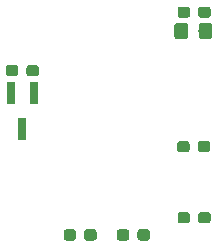
<source format=gbr>
G04 #@! TF.GenerationSoftware,KiCad,Pcbnew,(5.0.0)*
G04 #@! TF.CreationDate,2018-11-11T21:07:20+01:00*
G04 #@! TF.ProjectId,Platine,506C6174696E652E6B696361645F7063,rev?*
G04 #@! TF.SameCoordinates,Original*
G04 #@! TF.FileFunction,Paste,Top*
G04 #@! TF.FilePolarity,Positive*
%FSLAX46Y46*%
G04 Gerber Fmt 4.6, Leading zero omitted, Abs format (unit mm)*
G04 Created by KiCad (PCBNEW (5.0.0)) date 11/11/18 21:07:20*
%MOMM*%
%LPD*%
G01*
G04 APERTURE LIST*
%ADD10R,0.800000X1.900000*%
%ADD11C,0.100000*%
%ADD12C,0.950000*%
%ADD13C,1.150000*%
G04 APERTURE END LIST*
D10*
G04 #@! TO.C,Q1*
X143126500Y-79780000D03*
X141226500Y-79780000D03*
X142176500Y-82780000D03*
G04 #@! TD*
D11*
G04 #@! TO.C,R1*
G36*
X146501779Y-91283644D02*
X146524834Y-91287063D01*
X146547443Y-91292727D01*
X146569387Y-91300579D01*
X146590457Y-91310544D01*
X146610448Y-91322526D01*
X146629168Y-91336410D01*
X146646438Y-91352062D01*
X146662090Y-91369332D01*
X146675974Y-91388052D01*
X146687956Y-91408043D01*
X146697921Y-91429113D01*
X146705773Y-91451057D01*
X146711437Y-91473666D01*
X146714856Y-91496721D01*
X146716000Y-91520000D01*
X146716000Y-91995000D01*
X146714856Y-92018279D01*
X146711437Y-92041334D01*
X146705773Y-92063943D01*
X146697921Y-92085887D01*
X146687956Y-92106957D01*
X146675974Y-92126948D01*
X146662090Y-92145668D01*
X146646438Y-92162938D01*
X146629168Y-92178590D01*
X146610448Y-92192474D01*
X146590457Y-92204456D01*
X146569387Y-92214421D01*
X146547443Y-92222273D01*
X146524834Y-92227937D01*
X146501779Y-92231356D01*
X146478500Y-92232500D01*
X145903500Y-92232500D01*
X145880221Y-92231356D01*
X145857166Y-92227937D01*
X145834557Y-92222273D01*
X145812613Y-92214421D01*
X145791543Y-92204456D01*
X145771552Y-92192474D01*
X145752832Y-92178590D01*
X145735562Y-92162938D01*
X145719910Y-92145668D01*
X145706026Y-92126948D01*
X145694044Y-92106957D01*
X145684079Y-92085887D01*
X145676227Y-92063943D01*
X145670563Y-92041334D01*
X145667144Y-92018279D01*
X145666000Y-91995000D01*
X145666000Y-91520000D01*
X145667144Y-91496721D01*
X145670563Y-91473666D01*
X145676227Y-91451057D01*
X145684079Y-91429113D01*
X145694044Y-91408043D01*
X145706026Y-91388052D01*
X145719910Y-91369332D01*
X145735562Y-91352062D01*
X145752832Y-91336410D01*
X145771552Y-91322526D01*
X145791543Y-91310544D01*
X145812613Y-91300579D01*
X145834557Y-91292727D01*
X145857166Y-91287063D01*
X145880221Y-91283644D01*
X145903500Y-91282500D01*
X146478500Y-91282500D01*
X146501779Y-91283644D01*
X146501779Y-91283644D01*
G37*
D12*
X146191000Y-91757500D03*
D11*
G36*
X148251779Y-91283644D02*
X148274834Y-91287063D01*
X148297443Y-91292727D01*
X148319387Y-91300579D01*
X148340457Y-91310544D01*
X148360448Y-91322526D01*
X148379168Y-91336410D01*
X148396438Y-91352062D01*
X148412090Y-91369332D01*
X148425974Y-91388052D01*
X148437956Y-91408043D01*
X148447921Y-91429113D01*
X148455773Y-91451057D01*
X148461437Y-91473666D01*
X148464856Y-91496721D01*
X148466000Y-91520000D01*
X148466000Y-91995000D01*
X148464856Y-92018279D01*
X148461437Y-92041334D01*
X148455773Y-92063943D01*
X148447921Y-92085887D01*
X148437956Y-92106957D01*
X148425974Y-92126948D01*
X148412090Y-92145668D01*
X148396438Y-92162938D01*
X148379168Y-92178590D01*
X148360448Y-92192474D01*
X148340457Y-92204456D01*
X148319387Y-92214421D01*
X148297443Y-92222273D01*
X148274834Y-92227937D01*
X148251779Y-92231356D01*
X148228500Y-92232500D01*
X147653500Y-92232500D01*
X147630221Y-92231356D01*
X147607166Y-92227937D01*
X147584557Y-92222273D01*
X147562613Y-92214421D01*
X147541543Y-92204456D01*
X147521552Y-92192474D01*
X147502832Y-92178590D01*
X147485562Y-92162938D01*
X147469910Y-92145668D01*
X147456026Y-92126948D01*
X147444044Y-92106957D01*
X147434079Y-92085887D01*
X147426227Y-92063943D01*
X147420563Y-92041334D01*
X147417144Y-92018279D01*
X147416000Y-91995000D01*
X147416000Y-91520000D01*
X147417144Y-91496721D01*
X147420563Y-91473666D01*
X147426227Y-91451057D01*
X147434079Y-91429113D01*
X147444044Y-91408043D01*
X147456026Y-91388052D01*
X147469910Y-91369332D01*
X147485562Y-91352062D01*
X147502832Y-91336410D01*
X147521552Y-91322526D01*
X147541543Y-91310544D01*
X147562613Y-91300579D01*
X147584557Y-91292727D01*
X147607166Y-91287063D01*
X147630221Y-91283644D01*
X147653500Y-91282500D01*
X148228500Y-91282500D01*
X148251779Y-91283644D01*
X148251779Y-91283644D01*
G37*
D12*
X147941000Y-91757500D03*
G04 #@! TD*
D11*
G04 #@! TO.C,R2*
G36*
X152760279Y-91283644D02*
X152783334Y-91287063D01*
X152805943Y-91292727D01*
X152827887Y-91300579D01*
X152848957Y-91310544D01*
X152868948Y-91322526D01*
X152887668Y-91336410D01*
X152904938Y-91352062D01*
X152920590Y-91369332D01*
X152934474Y-91388052D01*
X152946456Y-91408043D01*
X152956421Y-91429113D01*
X152964273Y-91451057D01*
X152969937Y-91473666D01*
X152973356Y-91496721D01*
X152974500Y-91520000D01*
X152974500Y-91995000D01*
X152973356Y-92018279D01*
X152969937Y-92041334D01*
X152964273Y-92063943D01*
X152956421Y-92085887D01*
X152946456Y-92106957D01*
X152934474Y-92126948D01*
X152920590Y-92145668D01*
X152904938Y-92162938D01*
X152887668Y-92178590D01*
X152868948Y-92192474D01*
X152848957Y-92204456D01*
X152827887Y-92214421D01*
X152805943Y-92222273D01*
X152783334Y-92227937D01*
X152760279Y-92231356D01*
X152737000Y-92232500D01*
X152162000Y-92232500D01*
X152138721Y-92231356D01*
X152115666Y-92227937D01*
X152093057Y-92222273D01*
X152071113Y-92214421D01*
X152050043Y-92204456D01*
X152030052Y-92192474D01*
X152011332Y-92178590D01*
X151994062Y-92162938D01*
X151978410Y-92145668D01*
X151964526Y-92126948D01*
X151952544Y-92106957D01*
X151942579Y-92085887D01*
X151934727Y-92063943D01*
X151929063Y-92041334D01*
X151925644Y-92018279D01*
X151924500Y-91995000D01*
X151924500Y-91520000D01*
X151925644Y-91496721D01*
X151929063Y-91473666D01*
X151934727Y-91451057D01*
X151942579Y-91429113D01*
X151952544Y-91408043D01*
X151964526Y-91388052D01*
X151978410Y-91369332D01*
X151994062Y-91352062D01*
X152011332Y-91336410D01*
X152030052Y-91322526D01*
X152050043Y-91310544D01*
X152071113Y-91300579D01*
X152093057Y-91292727D01*
X152115666Y-91287063D01*
X152138721Y-91283644D01*
X152162000Y-91282500D01*
X152737000Y-91282500D01*
X152760279Y-91283644D01*
X152760279Y-91283644D01*
G37*
D12*
X152449500Y-91757500D03*
D11*
G36*
X151010279Y-91283644D02*
X151033334Y-91287063D01*
X151055943Y-91292727D01*
X151077887Y-91300579D01*
X151098957Y-91310544D01*
X151118948Y-91322526D01*
X151137668Y-91336410D01*
X151154938Y-91352062D01*
X151170590Y-91369332D01*
X151184474Y-91388052D01*
X151196456Y-91408043D01*
X151206421Y-91429113D01*
X151214273Y-91451057D01*
X151219937Y-91473666D01*
X151223356Y-91496721D01*
X151224500Y-91520000D01*
X151224500Y-91995000D01*
X151223356Y-92018279D01*
X151219937Y-92041334D01*
X151214273Y-92063943D01*
X151206421Y-92085887D01*
X151196456Y-92106957D01*
X151184474Y-92126948D01*
X151170590Y-92145668D01*
X151154938Y-92162938D01*
X151137668Y-92178590D01*
X151118948Y-92192474D01*
X151098957Y-92204456D01*
X151077887Y-92214421D01*
X151055943Y-92222273D01*
X151033334Y-92227937D01*
X151010279Y-92231356D01*
X150987000Y-92232500D01*
X150412000Y-92232500D01*
X150388721Y-92231356D01*
X150365666Y-92227937D01*
X150343057Y-92222273D01*
X150321113Y-92214421D01*
X150300043Y-92204456D01*
X150280052Y-92192474D01*
X150261332Y-92178590D01*
X150244062Y-92162938D01*
X150228410Y-92145668D01*
X150214526Y-92126948D01*
X150202544Y-92106957D01*
X150192579Y-92085887D01*
X150184727Y-92063943D01*
X150179063Y-92041334D01*
X150175644Y-92018279D01*
X150174500Y-91995000D01*
X150174500Y-91520000D01*
X150175644Y-91496721D01*
X150179063Y-91473666D01*
X150184727Y-91451057D01*
X150192579Y-91429113D01*
X150202544Y-91408043D01*
X150214526Y-91388052D01*
X150228410Y-91369332D01*
X150244062Y-91352062D01*
X150261332Y-91336410D01*
X150280052Y-91322526D01*
X150300043Y-91310544D01*
X150321113Y-91300579D01*
X150343057Y-91292727D01*
X150365666Y-91287063D01*
X150388721Y-91283644D01*
X150412000Y-91282500D01*
X150987000Y-91282500D01*
X151010279Y-91283644D01*
X151010279Y-91283644D01*
G37*
D12*
X150699500Y-91757500D03*
G04 #@! TD*
D11*
G04 #@! TO.C,R3*
G36*
X156153779Y-89823144D02*
X156176834Y-89826563D01*
X156199443Y-89832227D01*
X156221387Y-89840079D01*
X156242457Y-89850044D01*
X156262448Y-89862026D01*
X156281168Y-89875910D01*
X156298438Y-89891562D01*
X156314090Y-89908832D01*
X156327974Y-89927552D01*
X156339956Y-89947543D01*
X156349921Y-89968613D01*
X156357773Y-89990557D01*
X156363437Y-90013166D01*
X156366856Y-90036221D01*
X156368000Y-90059500D01*
X156368000Y-90534500D01*
X156366856Y-90557779D01*
X156363437Y-90580834D01*
X156357773Y-90603443D01*
X156349921Y-90625387D01*
X156339956Y-90646457D01*
X156327974Y-90666448D01*
X156314090Y-90685168D01*
X156298438Y-90702438D01*
X156281168Y-90718090D01*
X156262448Y-90731974D01*
X156242457Y-90743956D01*
X156221387Y-90753921D01*
X156199443Y-90761773D01*
X156176834Y-90767437D01*
X156153779Y-90770856D01*
X156130500Y-90772000D01*
X155555500Y-90772000D01*
X155532221Y-90770856D01*
X155509166Y-90767437D01*
X155486557Y-90761773D01*
X155464613Y-90753921D01*
X155443543Y-90743956D01*
X155423552Y-90731974D01*
X155404832Y-90718090D01*
X155387562Y-90702438D01*
X155371910Y-90685168D01*
X155358026Y-90666448D01*
X155346044Y-90646457D01*
X155336079Y-90625387D01*
X155328227Y-90603443D01*
X155322563Y-90580834D01*
X155319144Y-90557779D01*
X155318000Y-90534500D01*
X155318000Y-90059500D01*
X155319144Y-90036221D01*
X155322563Y-90013166D01*
X155328227Y-89990557D01*
X155336079Y-89968613D01*
X155346044Y-89947543D01*
X155358026Y-89927552D01*
X155371910Y-89908832D01*
X155387562Y-89891562D01*
X155404832Y-89875910D01*
X155423552Y-89862026D01*
X155443543Y-89850044D01*
X155464613Y-89840079D01*
X155486557Y-89832227D01*
X155509166Y-89826563D01*
X155532221Y-89823144D01*
X155555500Y-89822000D01*
X156130500Y-89822000D01*
X156153779Y-89823144D01*
X156153779Y-89823144D01*
G37*
D12*
X155843000Y-90297000D03*
D11*
G36*
X157903779Y-89823144D02*
X157926834Y-89826563D01*
X157949443Y-89832227D01*
X157971387Y-89840079D01*
X157992457Y-89850044D01*
X158012448Y-89862026D01*
X158031168Y-89875910D01*
X158048438Y-89891562D01*
X158064090Y-89908832D01*
X158077974Y-89927552D01*
X158089956Y-89947543D01*
X158099921Y-89968613D01*
X158107773Y-89990557D01*
X158113437Y-90013166D01*
X158116856Y-90036221D01*
X158118000Y-90059500D01*
X158118000Y-90534500D01*
X158116856Y-90557779D01*
X158113437Y-90580834D01*
X158107773Y-90603443D01*
X158099921Y-90625387D01*
X158089956Y-90646457D01*
X158077974Y-90666448D01*
X158064090Y-90685168D01*
X158048438Y-90702438D01*
X158031168Y-90718090D01*
X158012448Y-90731974D01*
X157992457Y-90743956D01*
X157971387Y-90753921D01*
X157949443Y-90761773D01*
X157926834Y-90767437D01*
X157903779Y-90770856D01*
X157880500Y-90772000D01*
X157305500Y-90772000D01*
X157282221Y-90770856D01*
X157259166Y-90767437D01*
X157236557Y-90761773D01*
X157214613Y-90753921D01*
X157193543Y-90743956D01*
X157173552Y-90731974D01*
X157154832Y-90718090D01*
X157137562Y-90702438D01*
X157121910Y-90685168D01*
X157108026Y-90666448D01*
X157096044Y-90646457D01*
X157086079Y-90625387D01*
X157078227Y-90603443D01*
X157072563Y-90580834D01*
X157069144Y-90557779D01*
X157068000Y-90534500D01*
X157068000Y-90059500D01*
X157069144Y-90036221D01*
X157072563Y-90013166D01*
X157078227Y-89990557D01*
X157086079Y-89968613D01*
X157096044Y-89947543D01*
X157108026Y-89927552D01*
X157121910Y-89908832D01*
X157137562Y-89891562D01*
X157154832Y-89875910D01*
X157173552Y-89862026D01*
X157193543Y-89850044D01*
X157214613Y-89840079D01*
X157236557Y-89832227D01*
X157259166Y-89826563D01*
X157282221Y-89823144D01*
X157305500Y-89822000D01*
X157880500Y-89822000D01*
X157903779Y-89823144D01*
X157903779Y-89823144D01*
G37*
D12*
X157593000Y-90297000D03*
G04 #@! TD*
D11*
G04 #@! TO.C,R4*
G36*
X156120369Y-83813542D02*
X156143424Y-83816961D01*
X156166033Y-83822625D01*
X156187977Y-83830477D01*
X156209047Y-83840442D01*
X156229038Y-83852424D01*
X156247758Y-83866308D01*
X156265028Y-83881960D01*
X156280680Y-83899230D01*
X156294564Y-83917950D01*
X156306546Y-83937941D01*
X156316511Y-83959011D01*
X156324363Y-83980955D01*
X156330027Y-84003564D01*
X156333446Y-84026619D01*
X156334590Y-84049898D01*
X156334590Y-84524898D01*
X156333446Y-84548177D01*
X156330027Y-84571232D01*
X156324363Y-84593841D01*
X156316511Y-84615785D01*
X156306546Y-84636855D01*
X156294564Y-84656846D01*
X156280680Y-84675566D01*
X156265028Y-84692836D01*
X156247758Y-84708488D01*
X156229038Y-84722372D01*
X156209047Y-84734354D01*
X156187977Y-84744319D01*
X156166033Y-84752171D01*
X156143424Y-84757835D01*
X156120369Y-84761254D01*
X156097090Y-84762398D01*
X155522090Y-84762398D01*
X155498811Y-84761254D01*
X155475756Y-84757835D01*
X155453147Y-84752171D01*
X155431203Y-84744319D01*
X155410133Y-84734354D01*
X155390142Y-84722372D01*
X155371422Y-84708488D01*
X155354152Y-84692836D01*
X155338500Y-84675566D01*
X155324616Y-84656846D01*
X155312634Y-84636855D01*
X155302669Y-84615785D01*
X155294817Y-84593841D01*
X155289153Y-84571232D01*
X155285734Y-84548177D01*
X155284590Y-84524898D01*
X155284590Y-84049898D01*
X155285734Y-84026619D01*
X155289153Y-84003564D01*
X155294817Y-83980955D01*
X155302669Y-83959011D01*
X155312634Y-83937941D01*
X155324616Y-83917950D01*
X155338500Y-83899230D01*
X155354152Y-83881960D01*
X155371422Y-83866308D01*
X155390142Y-83852424D01*
X155410133Y-83840442D01*
X155431203Y-83830477D01*
X155453147Y-83822625D01*
X155475756Y-83816961D01*
X155498811Y-83813542D01*
X155522090Y-83812398D01*
X156097090Y-83812398D01*
X156120369Y-83813542D01*
X156120369Y-83813542D01*
G37*
D12*
X155809590Y-84287398D03*
D11*
G36*
X157870369Y-83813542D02*
X157893424Y-83816961D01*
X157916033Y-83822625D01*
X157937977Y-83830477D01*
X157959047Y-83840442D01*
X157979038Y-83852424D01*
X157997758Y-83866308D01*
X158015028Y-83881960D01*
X158030680Y-83899230D01*
X158044564Y-83917950D01*
X158056546Y-83937941D01*
X158066511Y-83959011D01*
X158074363Y-83980955D01*
X158080027Y-84003564D01*
X158083446Y-84026619D01*
X158084590Y-84049898D01*
X158084590Y-84524898D01*
X158083446Y-84548177D01*
X158080027Y-84571232D01*
X158074363Y-84593841D01*
X158066511Y-84615785D01*
X158056546Y-84636855D01*
X158044564Y-84656846D01*
X158030680Y-84675566D01*
X158015028Y-84692836D01*
X157997758Y-84708488D01*
X157979038Y-84722372D01*
X157959047Y-84734354D01*
X157937977Y-84744319D01*
X157916033Y-84752171D01*
X157893424Y-84757835D01*
X157870369Y-84761254D01*
X157847090Y-84762398D01*
X157272090Y-84762398D01*
X157248811Y-84761254D01*
X157225756Y-84757835D01*
X157203147Y-84752171D01*
X157181203Y-84744319D01*
X157160133Y-84734354D01*
X157140142Y-84722372D01*
X157121422Y-84708488D01*
X157104152Y-84692836D01*
X157088500Y-84675566D01*
X157074616Y-84656846D01*
X157062634Y-84636855D01*
X157052669Y-84615785D01*
X157044817Y-84593841D01*
X157039153Y-84571232D01*
X157035734Y-84548177D01*
X157034590Y-84524898D01*
X157034590Y-84049898D01*
X157035734Y-84026619D01*
X157039153Y-84003564D01*
X157044817Y-83980955D01*
X157052669Y-83959011D01*
X157062634Y-83937941D01*
X157074616Y-83917950D01*
X157088500Y-83899230D01*
X157104152Y-83881960D01*
X157121422Y-83866308D01*
X157140142Y-83852424D01*
X157160133Y-83840442D01*
X157181203Y-83830477D01*
X157203147Y-83822625D01*
X157225756Y-83816961D01*
X157248811Y-83813542D01*
X157272090Y-83812398D01*
X157847090Y-83812398D01*
X157870369Y-83813542D01*
X157870369Y-83813542D01*
G37*
D12*
X157559590Y-84287398D03*
G04 #@! TD*
D11*
G04 #@! TO.C,R5*
G36*
X156153779Y-72424144D02*
X156176834Y-72427563D01*
X156199443Y-72433227D01*
X156221387Y-72441079D01*
X156242457Y-72451044D01*
X156262448Y-72463026D01*
X156281168Y-72476910D01*
X156298438Y-72492562D01*
X156314090Y-72509832D01*
X156327974Y-72528552D01*
X156339956Y-72548543D01*
X156349921Y-72569613D01*
X156357773Y-72591557D01*
X156363437Y-72614166D01*
X156366856Y-72637221D01*
X156368000Y-72660500D01*
X156368000Y-73135500D01*
X156366856Y-73158779D01*
X156363437Y-73181834D01*
X156357773Y-73204443D01*
X156349921Y-73226387D01*
X156339956Y-73247457D01*
X156327974Y-73267448D01*
X156314090Y-73286168D01*
X156298438Y-73303438D01*
X156281168Y-73319090D01*
X156262448Y-73332974D01*
X156242457Y-73344956D01*
X156221387Y-73354921D01*
X156199443Y-73362773D01*
X156176834Y-73368437D01*
X156153779Y-73371856D01*
X156130500Y-73373000D01*
X155555500Y-73373000D01*
X155532221Y-73371856D01*
X155509166Y-73368437D01*
X155486557Y-73362773D01*
X155464613Y-73354921D01*
X155443543Y-73344956D01*
X155423552Y-73332974D01*
X155404832Y-73319090D01*
X155387562Y-73303438D01*
X155371910Y-73286168D01*
X155358026Y-73267448D01*
X155346044Y-73247457D01*
X155336079Y-73226387D01*
X155328227Y-73204443D01*
X155322563Y-73181834D01*
X155319144Y-73158779D01*
X155318000Y-73135500D01*
X155318000Y-72660500D01*
X155319144Y-72637221D01*
X155322563Y-72614166D01*
X155328227Y-72591557D01*
X155336079Y-72569613D01*
X155346044Y-72548543D01*
X155358026Y-72528552D01*
X155371910Y-72509832D01*
X155387562Y-72492562D01*
X155404832Y-72476910D01*
X155423552Y-72463026D01*
X155443543Y-72451044D01*
X155464613Y-72441079D01*
X155486557Y-72433227D01*
X155509166Y-72427563D01*
X155532221Y-72424144D01*
X155555500Y-72423000D01*
X156130500Y-72423000D01*
X156153779Y-72424144D01*
X156153779Y-72424144D01*
G37*
D12*
X155843000Y-72898000D03*
D11*
G36*
X157903779Y-72424144D02*
X157926834Y-72427563D01*
X157949443Y-72433227D01*
X157971387Y-72441079D01*
X157992457Y-72451044D01*
X158012448Y-72463026D01*
X158031168Y-72476910D01*
X158048438Y-72492562D01*
X158064090Y-72509832D01*
X158077974Y-72528552D01*
X158089956Y-72548543D01*
X158099921Y-72569613D01*
X158107773Y-72591557D01*
X158113437Y-72614166D01*
X158116856Y-72637221D01*
X158118000Y-72660500D01*
X158118000Y-73135500D01*
X158116856Y-73158779D01*
X158113437Y-73181834D01*
X158107773Y-73204443D01*
X158099921Y-73226387D01*
X158089956Y-73247457D01*
X158077974Y-73267448D01*
X158064090Y-73286168D01*
X158048438Y-73303438D01*
X158031168Y-73319090D01*
X158012448Y-73332974D01*
X157992457Y-73344956D01*
X157971387Y-73354921D01*
X157949443Y-73362773D01*
X157926834Y-73368437D01*
X157903779Y-73371856D01*
X157880500Y-73373000D01*
X157305500Y-73373000D01*
X157282221Y-73371856D01*
X157259166Y-73368437D01*
X157236557Y-73362773D01*
X157214613Y-73354921D01*
X157193543Y-73344956D01*
X157173552Y-73332974D01*
X157154832Y-73319090D01*
X157137562Y-73303438D01*
X157121910Y-73286168D01*
X157108026Y-73267448D01*
X157096044Y-73247457D01*
X157086079Y-73226387D01*
X157078227Y-73204443D01*
X157072563Y-73181834D01*
X157069144Y-73158779D01*
X157068000Y-73135500D01*
X157068000Y-72660500D01*
X157069144Y-72637221D01*
X157072563Y-72614166D01*
X157078227Y-72591557D01*
X157086079Y-72569613D01*
X157096044Y-72548543D01*
X157108026Y-72528552D01*
X157121910Y-72509832D01*
X157137562Y-72492562D01*
X157154832Y-72476910D01*
X157173552Y-72463026D01*
X157193543Y-72451044D01*
X157214613Y-72441079D01*
X157236557Y-72433227D01*
X157259166Y-72427563D01*
X157282221Y-72424144D01*
X157305500Y-72423000D01*
X157880500Y-72423000D01*
X157903779Y-72424144D01*
X157903779Y-72424144D01*
G37*
D12*
X157593000Y-72898000D03*
G04 #@! TD*
D11*
G04 #@! TO.C,R6*
G36*
X143362279Y-77377144D02*
X143385334Y-77380563D01*
X143407943Y-77386227D01*
X143429887Y-77394079D01*
X143450957Y-77404044D01*
X143470948Y-77416026D01*
X143489668Y-77429910D01*
X143506938Y-77445562D01*
X143522590Y-77462832D01*
X143536474Y-77481552D01*
X143548456Y-77501543D01*
X143558421Y-77522613D01*
X143566273Y-77544557D01*
X143571937Y-77567166D01*
X143575356Y-77590221D01*
X143576500Y-77613500D01*
X143576500Y-78088500D01*
X143575356Y-78111779D01*
X143571937Y-78134834D01*
X143566273Y-78157443D01*
X143558421Y-78179387D01*
X143548456Y-78200457D01*
X143536474Y-78220448D01*
X143522590Y-78239168D01*
X143506938Y-78256438D01*
X143489668Y-78272090D01*
X143470948Y-78285974D01*
X143450957Y-78297956D01*
X143429887Y-78307921D01*
X143407943Y-78315773D01*
X143385334Y-78321437D01*
X143362279Y-78324856D01*
X143339000Y-78326000D01*
X142764000Y-78326000D01*
X142740721Y-78324856D01*
X142717666Y-78321437D01*
X142695057Y-78315773D01*
X142673113Y-78307921D01*
X142652043Y-78297956D01*
X142632052Y-78285974D01*
X142613332Y-78272090D01*
X142596062Y-78256438D01*
X142580410Y-78239168D01*
X142566526Y-78220448D01*
X142554544Y-78200457D01*
X142544579Y-78179387D01*
X142536727Y-78157443D01*
X142531063Y-78134834D01*
X142527644Y-78111779D01*
X142526500Y-78088500D01*
X142526500Y-77613500D01*
X142527644Y-77590221D01*
X142531063Y-77567166D01*
X142536727Y-77544557D01*
X142544579Y-77522613D01*
X142554544Y-77501543D01*
X142566526Y-77481552D01*
X142580410Y-77462832D01*
X142596062Y-77445562D01*
X142613332Y-77429910D01*
X142632052Y-77416026D01*
X142652043Y-77404044D01*
X142673113Y-77394079D01*
X142695057Y-77386227D01*
X142717666Y-77380563D01*
X142740721Y-77377144D01*
X142764000Y-77376000D01*
X143339000Y-77376000D01*
X143362279Y-77377144D01*
X143362279Y-77377144D01*
G37*
D12*
X143051500Y-77851000D03*
D11*
G36*
X141612279Y-77377144D02*
X141635334Y-77380563D01*
X141657943Y-77386227D01*
X141679887Y-77394079D01*
X141700957Y-77404044D01*
X141720948Y-77416026D01*
X141739668Y-77429910D01*
X141756938Y-77445562D01*
X141772590Y-77462832D01*
X141786474Y-77481552D01*
X141798456Y-77501543D01*
X141808421Y-77522613D01*
X141816273Y-77544557D01*
X141821937Y-77567166D01*
X141825356Y-77590221D01*
X141826500Y-77613500D01*
X141826500Y-78088500D01*
X141825356Y-78111779D01*
X141821937Y-78134834D01*
X141816273Y-78157443D01*
X141808421Y-78179387D01*
X141798456Y-78200457D01*
X141786474Y-78220448D01*
X141772590Y-78239168D01*
X141756938Y-78256438D01*
X141739668Y-78272090D01*
X141720948Y-78285974D01*
X141700957Y-78297956D01*
X141679887Y-78307921D01*
X141657943Y-78315773D01*
X141635334Y-78321437D01*
X141612279Y-78324856D01*
X141589000Y-78326000D01*
X141014000Y-78326000D01*
X140990721Y-78324856D01*
X140967666Y-78321437D01*
X140945057Y-78315773D01*
X140923113Y-78307921D01*
X140902043Y-78297956D01*
X140882052Y-78285974D01*
X140863332Y-78272090D01*
X140846062Y-78256438D01*
X140830410Y-78239168D01*
X140816526Y-78220448D01*
X140804544Y-78200457D01*
X140794579Y-78179387D01*
X140786727Y-78157443D01*
X140781063Y-78134834D01*
X140777644Y-78111779D01*
X140776500Y-78088500D01*
X140776500Y-77613500D01*
X140777644Y-77590221D01*
X140781063Y-77567166D01*
X140786727Y-77544557D01*
X140794579Y-77522613D01*
X140804544Y-77501543D01*
X140816526Y-77481552D01*
X140830410Y-77462832D01*
X140846062Y-77445562D01*
X140863332Y-77429910D01*
X140882052Y-77416026D01*
X140902043Y-77404044D01*
X140923113Y-77394079D01*
X140945057Y-77386227D01*
X140967666Y-77380563D01*
X140990721Y-77377144D01*
X141014000Y-77376000D01*
X141589000Y-77376000D01*
X141612279Y-77377144D01*
X141612279Y-77377144D01*
G37*
D12*
X141301500Y-77851000D03*
G04 #@! TD*
D11*
G04 #@! TO.C,C1*
G36*
X158029005Y-73786704D02*
X158053273Y-73790304D01*
X158077072Y-73796265D01*
X158100171Y-73804530D01*
X158122350Y-73815020D01*
X158143393Y-73827632D01*
X158163099Y-73842247D01*
X158181277Y-73858723D01*
X158197753Y-73876901D01*
X158212368Y-73896607D01*
X158224980Y-73917650D01*
X158235470Y-73939829D01*
X158243735Y-73962928D01*
X158249696Y-73986727D01*
X158253296Y-74010995D01*
X158254500Y-74035499D01*
X158254500Y-74935501D01*
X158253296Y-74960005D01*
X158249696Y-74984273D01*
X158243735Y-75008072D01*
X158235470Y-75031171D01*
X158224980Y-75053350D01*
X158212368Y-75074393D01*
X158197753Y-75094099D01*
X158181277Y-75112277D01*
X158163099Y-75128753D01*
X158143393Y-75143368D01*
X158122350Y-75155980D01*
X158100171Y-75166470D01*
X158077072Y-75174735D01*
X158053273Y-75180696D01*
X158029005Y-75184296D01*
X158004501Y-75185500D01*
X157354499Y-75185500D01*
X157329995Y-75184296D01*
X157305727Y-75180696D01*
X157281928Y-75174735D01*
X157258829Y-75166470D01*
X157236650Y-75155980D01*
X157215607Y-75143368D01*
X157195901Y-75128753D01*
X157177723Y-75112277D01*
X157161247Y-75094099D01*
X157146632Y-75074393D01*
X157134020Y-75053350D01*
X157123530Y-75031171D01*
X157115265Y-75008072D01*
X157109304Y-74984273D01*
X157105704Y-74960005D01*
X157104500Y-74935501D01*
X157104500Y-74035499D01*
X157105704Y-74010995D01*
X157109304Y-73986727D01*
X157115265Y-73962928D01*
X157123530Y-73939829D01*
X157134020Y-73917650D01*
X157146632Y-73896607D01*
X157161247Y-73876901D01*
X157177723Y-73858723D01*
X157195901Y-73842247D01*
X157215607Y-73827632D01*
X157236650Y-73815020D01*
X157258829Y-73804530D01*
X157281928Y-73796265D01*
X157305727Y-73790304D01*
X157329995Y-73786704D01*
X157354499Y-73785500D01*
X158004501Y-73785500D01*
X158029005Y-73786704D01*
X158029005Y-73786704D01*
G37*
D13*
X157679500Y-74485500D03*
D11*
G36*
X155979005Y-73786704D02*
X156003273Y-73790304D01*
X156027072Y-73796265D01*
X156050171Y-73804530D01*
X156072350Y-73815020D01*
X156093393Y-73827632D01*
X156113099Y-73842247D01*
X156131277Y-73858723D01*
X156147753Y-73876901D01*
X156162368Y-73896607D01*
X156174980Y-73917650D01*
X156185470Y-73939829D01*
X156193735Y-73962928D01*
X156199696Y-73986727D01*
X156203296Y-74010995D01*
X156204500Y-74035499D01*
X156204500Y-74935501D01*
X156203296Y-74960005D01*
X156199696Y-74984273D01*
X156193735Y-75008072D01*
X156185470Y-75031171D01*
X156174980Y-75053350D01*
X156162368Y-75074393D01*
X156147753Y-75094099D01*
X156131277Y-75112277D01*
X156113099Y-75128753D01*
X156093393Y-75143368D01*
X156072350Y-75155980D01*
X156050171Y-75166470D01*
X156027072Y-75174735D01*
X156003273Y-75180696D01*
X155979005Y-75184296D01*
X155954501Y-75185500D01*
X155304499Y-75185500D01*
X155279995Y-75184296D01*
X155255727Y-75180696D01*
X155231928Y-75174735D01*
X155208829Y-75166470D01*
X155186650Y-75155980D01*
X155165607Y-75143368D01*
X155145901Y-75128753D01*
X155127723Y-75112277D01*
X155111247Y-75094099D01*
X155096632Y-75074393D01*
X155084020Y-75053350D01*
X155073530Y-75031171D01*
X155065265Y-75008072D01*
X155059304Y-74984273D01*
X155055704Y-74960005D01*
X155054500Y-74935501D01*
X155054500Y-74035499D01*
X155055704Y-74010995D01*
X155059304Y-73986727D01*
X155065265Y-73962928D01*
X155073530Y-73939829D01*
X155084020Y-73917650D01*
X155096632Y-73896607D01*
X155111247Y-73876901D01*
X155127723Y-73858723D01*
X155145901Y-73842247D01*
X155165607Y-73827632D01*
X155186650Y-73815020D01*
X155208829Y-73804530D01*
X155231928Y-73796265D01*
X155255727Y-73790304D01*
X155279995Y-73786704D01*
X155304499Y-73785500D01*
X155954501Y-73785500D01*
X155979005Y-73786704D01*
X155979005Y-73786704D01*
G37*
D13*
X155629500Y-74485500D03*
G04 #@! TD*
M02*

</source>
